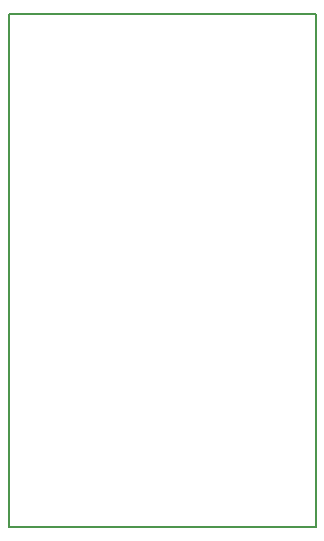
<source format=gm1>
G04 #@! TF.FileFunction,Profile,NP*
%FSLAX46Y46*%
G04 Gerber Fmt 4.6, Leading zero omitted, Abs format (unit mm)*
G04 Created by KiCad (PCBNEW 4.0.6) date Tuesday, October 17, 2017 'PMt' 10:40:20 PM*
%MOMM*%
%LPD*%
G01*
G04 APERTURE LIST*
%ADD10C,0.100000*%
%ADD11C,0.150000*%
G04 APERTURE END LIST*
D10*
D11*
X150250000Y-154597100D02*
X150250000Y-111213900D01*
X176250000Y-154597100D02*
X150250000Y-154597100D01*
X176250000Y-111125000D02*
X176250000Y-154597100D01*
X150250000Y-111125000D02*
X176250000Y-111125000D01*
M02*

</source>
